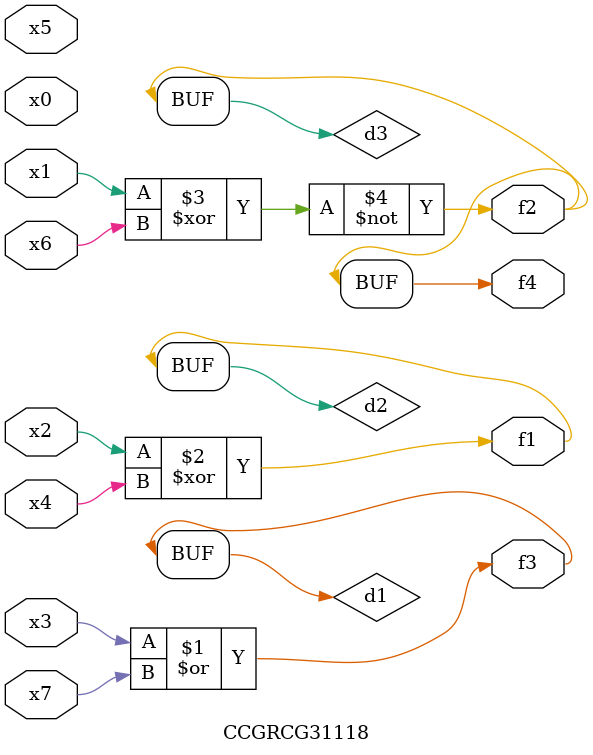
<source format=v>
module CCGRCG31118(
	input x0, x1, x2, x3, x4, x5, x6, x7,
	output f1, f2, f3, f4
);

	wire d1, d2, d3;

	or (d1, x3, x7);
	xor (d2, x2, x4);
	xnor (d3, x1, x6);
	assign f1 = d2;
	assign f2 = d3;
	assign f3 = d1;
	assign f4 = d3;
endmodule

</source>
